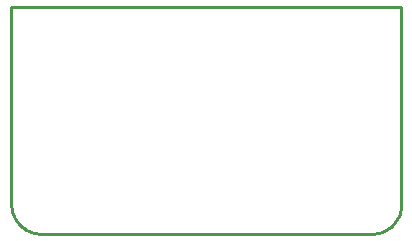
<source format=gbr>
G04 EAGLE Gerber RS-274X export*
G75*
%MOMM*%
%FSLAX34Y34*%
%LPD*%
%IN*%
%IPPOS*%
%AMOC8*
5,1,8,0,0,1.08239X$1,22.5*%
G01*
%ADD10C,0.254000*%


D10*
X0Y24130D02*
X97Y21916D01*
X386Y19719D01*
X865Y17556D01*
X1532Y15443D01*
X2380Y13396D01*
X3403Y11430D01*
X4594Y9561D01*
X5942Y7803D01*
X7440Y6170D01*
X9073Y4672D01*
X10831Y3324D01*
X12700Y2133D01*
X14666Y1110D01*
X16713Y262D01*
X18826Y-405D01*
X20989Y-884D01*
X23186Y-1173D01*
X25400Y-1270D01*
X304800Y-1270D01*
X307014Y-1173D01*
X309211Y-884D01*
X311374Y-405D01*
X313487Y262D01*
X315535Y1110D01*
X317500Y2133D01*
X319369Y3324D01*
X321127Y4672D01*
X322761Y6170D01*
X324258Y7803D01*
X325606Y9561D01*
X326797Y11430D01*
X327820Y13396D01*
X328668Y15443D01*
X329335Y17556D01*
X329814Y19719D01*
X330103Y21916D01*
X330200Y24130D01*
X330200Y190500D01*
X0Y190500D01*
X0Y24130D01*
M02*

</source>
